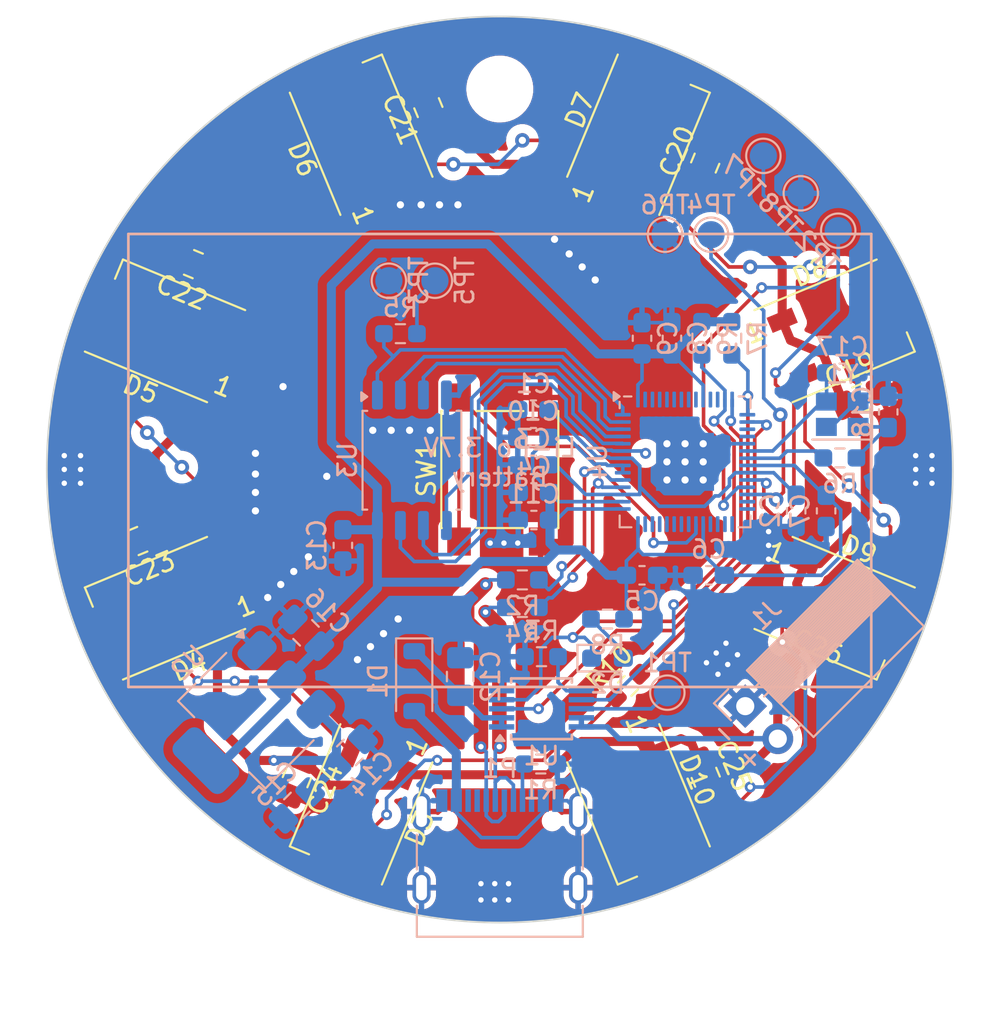
<source format=kicad_pcb>
(kicad_pcb (version 20221018) (generator pcbnew)
  (layers (0 "F.Cu" signal) (31 "B.Cu" signal) (34 "B.Paste" user) (35 "F.Paste" user) (36 "B.SilkS" user "B.Silkscreen") (37 "F.SilkS" user "F.Silkscreen") (38 "B.Mask" user) (39 "F.Mask" user) (44 "Edge.Cuts" user))
  (net 0 "")
  (net 1 "+BATT")
  (net 2 "GND")
  (net 3 "VBUS")
  (net 4 "+3.3V")
  (net 5 "/LED_OUT")
  (net 6 "Net-(D3-DOUT)")
  (net 7 "Net-(D4-DOUT)")
  (net 8 "Net-(D5-DOUT)")
  (net 9 "Net-(D6-DOUT)")
  (net 10 "Net-(D7-DOUT)")
  (net 11 "Net-(D8-DOUT)")
  (net 12 "Net-(D1-A)")
  (net 13 "/STAT1")
  (net 14 "/STAT2")
  (net 15 "/~{PG}")
  (net 16 "/XIN")
  (net 17 "Net-(C18-Pad2)")
  (net 18 "+1V1")
  (net 19 "Net-(D10-DIN)")
  (net 21 "/USB_D+")
  (net 22 "/USB_D-")
  (net 23 "Net-(U4-SWCLK)")
  (net 24 "Net-(U4-SWD)")
  (net 27 "Net-(R5-Pad1)")
  (net 28 "/QSPI_SS")
  (net 29 "/XOUT")
  (net 30 "/USB_RP+")
  (net 31 "/USB_RP-")
  (net 32 "/BUTTON")
  (net 33 "Net-(P1-CC1)")
  (net 34 "/QSPI_SD1")
  (net 35 "/QSPI_SD2")
  (net 36 "/QSPI_SD0")
  (net 37 "/QSPI_SCLK")
  (net 38 "/QSPI_SD3")
  (net 40 "Net-(U1-PROG)")
  (net 41 "Net-(U1-THERM)")
  (net 42 "Net-(U4-RUN)")
  (net 66 "Net-(D2-A)")
  (net 67 "Net-(D3-DIN)")
  (footprint "Capacitor_SMD:C_0805_2012Metric_Pad1.18x1.45mm_HandSolder" (layer "F.Cu") (at 189.912212 98.334837 -22.5)
    (fp_text reference "C26")
    (fp_text value "10u")
  )
  (footprint "LED_SMD:LED_WS2812B_PLCC4_5.0x5.0mm_P3.2mm" (layer "F.Cu") (at 154.522409 79.346331 157.5)
    (fp_text reference "D5")
    (fp_text value "WS2812B")
  )
  (footprint "LED_SMD:LED_WS2812B_PLCC4_5.0x5.0mm_P3.2mm" (layer "F.Cu") (at 165.346331 105.477591 -112.5)
    (fp_text reference "D3")
    (fp_text value "WS2812B")
  )
  (footprint "LED_SMD:LED_WS2812B_PLCC4_5.0x5.0mm_P3.2mm" (layer "F.Cu") (at 154.522409 94.653669 -157.5)
    (fp_text reference "D4")
    (fp_text value "WS2812B")
  )
  (footprint "Capacitor_SMD:C_0805_2012Metric_Pad1.18x1.45mm_HandSolder" (layer "F.Cu") (at 169.056199 67.02632 112.5)
    (fp_text reference "C21")
    (fp_text value "10u")
  )
  (footprint "Capacitor_SMD:C_0805_2012Metric_Pad1.18x1.45mm_HandSolder" (layer "F.Cu") (at 156.087788 75.665163 157.5)
    (fp_text reference "C22")
    (fp_text value "10u")
  )
  (footprint "Capacitor_SMD:C_0805_2012Metric_Pad1.18x1.45mm_HandSolder" (layer "F.Cu") (at 153.02632 90.943801 -157.5)
    (fp_text reference "C23")
    (fp_text value "10u")
  )
  (footprint "Capacitor_SMD:C_0805_2012Metric_Pad1.18x1.45mm_HandSolder" (layer "F.Cu") (at 161.798 104.013 -112.5)
    (fp_text reference "C24")
    (fp_text value "10u")
  )
  (footprint "Capacitor_SMD:C_0805_2012Metric_Pad1.18x1.45mm_HandSolder" (layer "F.Cu") (at 184.363537 103.981502 -67.5)
    (fp_text reference "C25")
    (fp_text value "10u")
  )
  (footprint "Button_Switch_SMD:SW_Push_1P1T_NO_6x6mm_H9.5mm" (layer "F.Cu") (at 173 87 90)
    (fp_text reference "SW1")
    (fp_text value "BUTTON")
  )
  (footprint "MountingHole:MountingHole_3.2mm_M3" (layer "F.Cu") (at 173 66)
    (fp_text reference "H1" hide)
    (fp_text value "MountingHole")
  )
  (footprint "LED_SMD:LED_WS2812B_PLCC4_5.0x5.0mm_P3.2mm" (layer "F.Cu") (at 191.477591 79.346331 22.5)
    (fp_text reference "D8")
    (fp_text value "WS2812B")
  )
  (footprint "LED_SMD:LED_WS2812B_PLCC4_5.0x5.0mm_P3.2mm" (layer "F.Cu") (at 165.346331 68.522409 112.5)
    (fp_text reference "D6")
    (fp_text value "WS2812B")
  )
  (footprint "LED_SMD:LED_WS2812B_PLCC4_5.0x5.0mm_P3.2mm" (layer "F.Cu") (at 180.653669 105.477591 -67.5)
    (fp_text reference "D10")
    (fp_text value "WS2812B")
  )
  (footprint "Capacitor_SMD:C_0805_2012Metric_Pad1.18x1.45mm_HandSolder" (layer "F.Cu") (at 184.334837 70.087788 67.5)
    (fp_text reference "C20")
    (fp_text value "10u")
  )
  (footprint "Capacitor_SMD:C_0805_2012Metric_Pad1.18x1.45mm_HandSolder" (layer "F.Cu") (at 192.97368 83.056199 22.5)
    (fp_text reference "C19")
    (fp_text value "10u")
  )
  (footprint "LED_SMD:LED_WS2812B_PLCC4_5.0x5.0mm_P3.2mm" (layer "F.Cu") (at 191.477591 94.653669 -22.5)
    (fp_text reference "D9")
    (fp_text value "WS2812B")
  )
  (footprint "LED_SMD:LED_WS2812B_PLCC4_5.0x5.0mm_P3.2mm" (layer "F.Cu") (at 180.653669 68.522409 67.5)
    (fp_text reference "D7")
    (fp_text value "WS2812B")
  )
  (footprint "Resistor_SMD:R_0603_1608Metric_Pad0.98x0.95mm_HandSolder" (layer "F.Cu") (at 180.075765 98.943235 45)
    (fp_text reference "R10")
    (fp_text value "1k")
  )
  (footprint "TestPoint:TestPoint_Pad_D1.5mm" (layer "B.Cu") (at 189.611 71.755 -45)
    (fp_text reference "TP8")
    (fp_text value "TestPoint")
  )
  (footprint "Capacitor_SMD:C_0603_1608Metric_Pad1.08x0.95mm_HandSolder" (layer "B.Cu") (at 174.8525 86.741 180)
    (fp_text reference "C3")
    (fp_text value "1u")
  )
  (footprint "Resistor_SMD:R_0603_1608Metric_Pad0.98x0.95mm_HandSolder" (layer "B.Cu") (at 191.77 86.36)
    (fp_text reference "R6")
    (fp_text value "1k")
  )
  (footprint "TestPoint:TestPoint_Pad_D1.5mm" (layer "B.Cu") (at 166.878 76.581 90)
    (fp_text reference "TP3")
    (fp_text value "TestPoint")
  )
  (footprint "Crystal:Crystal_SMD_2520-4Pin_2.5x2.0mm" (layer "B.Cu") (at 191.897 83.947 180)
    (fp_text reference "Y1")
    (fp_text value "12MHz")
  )
  (footprint "Capacitor_SMD:C_0805_2012Metric_Pad1.18x1.45mm_HandSolder" (layer "B.Cu") (at 161.798 105.537 -135)
    (fp_text reference "C15")
    (fp_text value "100n")
  )
  (footprint "Package_SO:MSOP-10_3x3mm_P0.5mm" (layer "B.Cu") (at 175.301 100.203)
    (fp_text reference "U1")
    (fp_text value "MCP73833-xxx-UN")
  )
  (footprint "Capacitor_SMD:C_0603_1608Metric_Pad1.08x0.95mm_HandSolder" (layer "B.Cu") (at 191.008 89.281 -90)
    (fp_text reference "C7")
    (fp_text value "100n")
  )
  (footprint "TestPoint:TestPoint_Pad_D1.5mm" (layer "B.Cu") (at 184.658 74.041 180)
    (fp_text reference "TP4")
    (fp_text value "TestPoint")
  )
  (footprint "Capacitor_SMD:C_0603_1608Metric_Pad1.08x0.95mm_HandSolder" (layer "B.Cu") (at 180.848 92.837)
    (fp_text reference "C5")
    (fp_text value "100n")
  )
  (footprint "Package_SO:SOIC-8_5.23x5.23mm_P1.27mm" (layer "B.Cu") (at 168.148 86.487 -90)
    (fp_text reference "U3")
    (fp_text value "W25Q128JVS")
  )
  (footprint "LED_SMD:LED_0603_1608Metric_Pad1.05x0.95mm_HandSolder" (layer "B.Cu") (at 178.943 97.409)
    (fp_text reference "D2")
    (fp_text value "LED")
  )
  (footprint "Capacitor_SMD:C_0603_1608Metric_Pad1.08x0.95mm_HandSolder" (layer "B.Cu") (at 174.879 89.789 180)
    (fp_text reference "C11")
    (fp_text value "100n")
  )
  (footprint "TestPoint:TestPoint_Pad_D1.5mm" (layer "B.Cu") (at 169.418 76.581 90)
    (fp_text reference "TP5")
    (fp_text value "TestPoint")
  )
  (footprint "TestPoint:TestPoint_Pad_D1.5mm" (layer "B.Cu") (at 191.676459 73.820459 -45)
    (fp_text reference "TP2")
    (fp_text value "TestPoint")
  )
  (footprint "Diode_SMD:D_SOD-123" (layer "B.Cu") (at 168.275 98.679 -90)
    (fp_text reference "D1")
    (fp_text value "1N4148W")
  )
  (footprint "Capacitor_SMD:C_0603_1608Metric_Pad1.08x0.95mm_HandSolder" (layer "B.Cu") (at 174.879 88.265 180)
    (fp_text reference "C4")
    (fp_text value "1u")
  )
  (footprint "Resistor_SMD:R_0603_1608Metric_Pad0.98x0.95mm_HandSolder" (layer "B.Cu") (at 178.943 95.25)
    (fp_text reference "R8")
    (fp_text value "1k")
  )
  (footprint "Capacitor_SMD:C_0603_1608Metric_Pad1.08x0.95mm_HandSolder" (layer "B.Cu") (at 182.499 79.756 90)
    (fp_text reference "C8")
    (fp_text value "100n")
  )
  (footprint "Capacitor_SMD:C_0603_1608Metric_Pad1.08x0.95mm_HandSolder" (layer "B.Cu") (at 191.897 81.661 180)
    (fp_text reference "C17")
    (fp_text value "15p")
  )
  (footprint "Resistor_SMD:R_0603_1608Metric_Pad0.98x0.95mm_HandSolder" (layer "B.Cu") (at 184.15 79.756 90)
    (fp_text reference "R9")
    (fp_text value "1k")
  )
  (footprint "TestPoint:TestPoint_Pad_D1.5mm" (layer "B.Cu") (at 182.118 74.041 180)
    (fp_text reference "TP6")
    (fp_text value "TestPoint")
  )
  (footprint "Connector_PinSocket_2.54mm:PinSocket_1x02_P2.54mm_Horizontal" (layer "B.Cu") (at 186.544949 100.057949 -135)
    (fp_text reference "J1")
    (fp_text value "BAT")
  )
  (footprint "Capacitor_SMD:C_0603_1608Metric_Pad1.08x0.95mm_HandSolder" (layer "B.Cu") (at 164.338 91.186 -90)
    (fp_text reference "C13")
    (fp_text value "100n")
  )
  (footprint "Capacitor_SMD:C_0805_2012Metric_Pad1.18x1.45mm_HandSolder" (layer "B.Cu") (at 170.815 98.425 90)
    (fp_text reference "C12")
    (fp_text value "1u")
  )
  (footprint "Resistor_SMD:R_0603_1608Metric_Pad0.98x0.95mm_HandSolder" (layer "B.Cu") (at 175.26 103.251)
    (fp_text reference "R1")
    (fp_text value "5.1k")
  )
  (footprint "Capacitor_SMD:C_0603_1608Metric_Pad1.08x0.95mm_HandSolder" (layer "B.Cu") (at 194.437 83.82 -90)
    (fp_text reference "C18")
    (fp_text value "15p")
  )
  (footprint "TestPoint:TestPoint_Pad_D1.5mm" (layer "B.Cu") (at 182.245 99.314 180)
    (fp_text reference "TP1")
    (fp_text value "TestPoint")
  )
  (footprint "Capacitor_SMD:C_0805_2012Metric_Pad1.18x1.45mm_HandSolder" (layer "B.Cu") (at 162.306 96.012 135)
    (fp_text reference "C16")
    (fp_text value "10u")
  )
  (footprint "Capacitor_SMD:C_0603_1608Metric_Pad1.08x0.95mm_HandSolder" (layer "B.Cu") (at 184.531 92.837 180)
    (fp_text reference "C6")
    (fp_text value "100n")
  )
  (footprint "Capacitor_SMD:C_0603_1608Metric_Pad1.08x0.95mm_HandSolder" (layer "B.Cu") (at 180.848 79.756 90)
    (fp_text reference "C9")
    (fp_text value "100n")
  )
  (footprint "Resistor_SMD:R_0603_1608Metric_Pad0.98x0.95mm_HandSolder" (layer "B.Cu") (at 167.513 79.502 180)
    (fp_text reference "R5")
    (fp_text value "10k")
  )
  (footprint "TestPoint:TestPoint_Pad_D1.5mm" (layer "B.Cu") (at 187.545541 69.689541 -45)
    (fp_text reference "TP7")
    (fp_text value "TestPoint")
  )
  (footprint "Capacitor_SMD:C_0603_1608Metric_Pad1.08x0.95mm_HandSolder" (layer "B.Cu") (at 174.8525 85.217 180)
    (fp_text reference "C10")
    (fp_text value "100n")
  )
  (footprint "Capacitor_SMD:C_0805_2012Metric_Pad1.18x1.45mm_HandSolder" (layer "B.Cu") (at 164.719 102.616 45)
    (fp_text reference "C14")
    (fp_text value "10u")
  )
  (footprint "Package_TO_SOT_SMD:SOT-223-3_TabPin2" (layer "B.Cu") (at 159.004 100.838 -135)
    (fp_text reference "U2")
    (fp_text value "LD1117S33TR_SOT223")
  )
  (footprint "Connector_USB:USB_C_Receptacle_G-Switch_GT-USB-7010ASV" (layer "B.Cu") (at 173 109 180)
    (fp_text reference "P1")
    (fp_text value "USB_C_Receptacle_USB2.0_14P")
  )
  (footprint "Resistor_SMD:R_0603_1608Metric_Pad0.98x0.95mm_HandSolder" (layer "B.Cu") (at 185.801 79.756 90)
    (fp_text reference "R7")
    (fp_text value "1k")
  )
  (footprint "Package_DFN_QFN:QFN-56-1EP_7x7mm_P0.4mm_EP3.2x3.2mm" (layer "B.Cu") (at 183.223 86.576 -90)
    (fp_text reference "U4")
    (fp_text value "RP2040")
  )
  (footprint "Capacitor_SMD:C_0603_1608Metric_Pad1.08x0.95mm_HandSolder" (layer "B.Cu") (at 174.8525 83.693 180)
    (fp_text reference "C1")
    (fp_text value "100n")
  )
  (footprint "Resistor_SMD:R_0603_1608Metric_Pad0.98x0.95mm_HandSolder" (layer "B.Cu") (at 175.301 97.329318 180)
    (fp_text reference "R3")
    (fp_text value "1k")
  )
  (footprint "Resistor_SMD:R_0603_1608Metric_Pad0.98x0.95mm_HandSolder" (layer "B.Cu") (at 174.244 94.615)
    (fp_text reference "R4")
    (fp_text value "27")
  )
  (footprint "Capacitor_SMD:C_0603_1608Metric_Pad1.08x0.95mm_HandSolder" (layer "B.Cu") (at 189.357 89.281 -90)
    (fp_text reference "C2")
    (fp_text value "100n")
  )
  (footprint "Resistor_SMD:R_0603_1608Metric_Pad0.98x0.95mm_HandSolder" (layer "B.Cu") (at 174.244 93.091)
    (fp_text reference "R2")
    (fp_text value "27")
  )
  (gr_line (start 152.5 99) (end 152.5 74) (stroke (width 0.15)) (layer "B.SilkS"))
  (gr_line (start 193.5 99) (end 152.5 99) (stroke (width 0.15)) (layer "B.SilkS"))
  (gr_line (start 193.5 74) (end 193.5 99) (stroke (width 0.15)) (layer "B.SilkS"))
  (gr_line (start 193.5 74) (end 152.5 74) (stroke (width 0.15)) (layer "B.SilkS"))
  (gr_circle (center 173 87) (end 198 87) (stroke (width 0.1)) (fill none) (layer "Edge.Cuts"))
  (gr_text "+ -" (at 186.944 103.886 -45) (layer "B.SilkS") (effects (font (size 1 1)) (justify left bottom mirror)))
  (gr_text "Li-Po 3.7V\nBattery" (at 173 88) (layer "B.SilkS") (effects (font (size 1 1)) (justify bottom mirror)))
  (segment (start 169.453233 67.984845) (end 166.612304 69.161597) (width 0.5) (layer "F.Cu") (net 1))
  (segment (start 188.582658 75.691168) (end 188.582658 78.759504) (width 0.5) (layer "F.Cu") (net 1))
  (segment (start 182.995867 101.85556) (end 181.240495 102.582658) (width 0.5) (layer "F.Cu") (net 1))
  (segment (start 192.015155 83.453233) (end 190.838403 80.612304) (width 0.5) (layer "F.Cu") (net 1))
  (segment (start 188.341 98.55049) (end 188.953687 97.937803) (width 0.5) (layer "F.Cu") (net 1))
  (segment (start 183.58382 102.099098) (end 182.995867 101.85556) (width 0.5) (layer "F.Cu") (net 1))
  (segment (start 167.808307 103.845514) (end 167.234282 104.419539) (width 0.5) (layer "F.Cu") (net 1))
  (segment (start 163.560098 104.419539) (end 162.195034 103.054475) (width 0.5) (layer "F.Cu") (net 1))
  (segment (start 166.612304 69.161597) (end 165.868159 70.958121) (width 0.5) (layer "F.Cu") (net 1))
  (segment (start 155.161597 93.387696) (end 156.958121 94.131841) (width 0.5) (layer "F.Cu") (net 1))
  (segment (start 188.341 101.854) (end 187.172023 103.022977) (width 0.5) (layer "F.Cu") (net 1))
  (segment (start 169.453233 67.984845) (end 170.473845 67.984845) (width 0.5) (layer "F.Cu") (net 1))
  (segment (start 157.417342 101.156342) (end 157.417342 95.240496) (width 0.5) (layer "F.Cu") (net 1))
  (segment (start 192.015155 83.453233) (end 193.167 84.605078) (width 0.5) (layer "F.Cu") (net 1))
  (segment (start 183.937803 71.046313) (end 181.096874 69.869562) (width 0.5) (layer "F.Cu") (net 1))
  (segment (start 155.869561 78.903127) (end 156.613706 80.699652) (width 0.5) (layer "F.Cu") (net 1))
  (segment (start 153.984845 90.546767) (end 155.161597 93.387696) (width 0.5) (layer "F.Cu") (net 1))
  (segment (start 167.234282 104.419539) (end 163.560098 104.419539) (width 0.5) (layer "F.Cu") (net 1))
  (segment (start 189.041879 79.868159) (end 188.582659 78.759504) (width 0.5) (layer "F.Cu") (net 1))
  (segment (start 188.953687 97.937803) (end 190.130438 95.096874) (width 0.5) (layer "F.Cu") (net 1))
  (segment (start 170.473845 67.984845) (end 172.643486 70.154486) (width 0.5) (layer "F.Cu") (net 1))
  (segment (start 190.838403 80.612304) (end 189.041879 79.868159) (width 0.5) (layer "F.Cu") (net 1))
  (segment (start 193.167 89.662) (end 190.637307 92.191693) (width 0.5) (layer "F.Cu") (net 1))
  (segment (start 183.966503 103.022977) (end 183.58382 102.099098) (width 0.5) (layer "F.Cu") (net 1))
  (segment (start 167.808307 103.845514) (end 175.681486 103.845514) (width 0.5) (layer "F.Cu") (net 1))
  (segment (start 193.167 84.605078) (end 193.167 89.662) (width 0.5) (layer "F.Cu") (net 1))
  (segment (start 180.666471 102.008633) (end 181.240496 102.582658) (width 0.5) (layer "F.Cu") (net 1))
  (segment (start 156.958121 94.131841) (end 157.417341 95.240496) (width 0.5) (layer "F.Cu") (net 1))
  (segment (start 190.637307 92.191693) (end 189.845514 92.191693) (width 0.5) (layer "F.Cu") (net 1))
  (segment (start 179.300349 70.613706) (end 178.191694 70.154486) (width 0.5) (layer "F.Cu") (net 1))
  (segment (start 156.154486 84.048411) (end 156.154486 81.808307) (width 0.5) (layer "F.Cu") (net 1))
  (segment (start 153.984845 86.218052) (end 156.154486 84.048411) (width 0.5) (layer "F.Cu") (net 1))
  (segment (start 183.937803 71.046313) (end 188.582658 75.691168) (width 0.5) (layer "F.Cu") (net 1))
  (segment (start 162.195034 103.054475) (end 159.315475 103.054475) (width 0.5) (layer "F.Cu") (net 1))
  (segment (start 189.386294 93.300349) (end 189.845514 92.191694) (width 0.5) (layer "F.Cu") (net 1))
  (segment (start 177.518367 102.008633) (end 180.666471 102.008633) (width 0.5) (layer "F.Cu") (net 1))
  (segment (start 190.130439 95.096873) (end 189.386294 93.300348) (width 0.5) (layer "F.Cu") (net 1))
  (segment (start 181.096873 69.869561) (end 179.300348 70.613706) (width 0.5) (layer "F.Cu") (net 1))
  (segment (start 153.984845 90.546767) (end 153.984845 86.218052) (width 0.5) (layer "F.Cu") (net 1))
  (segment (start 172.643486 70.154486) (end 178.191693 70.154486) (width 0.5) (layer "F.Cu") (net 1))
  (segment (start 188.341 101.854) (end 188.341 98.55049) (width 0.5) (layer "F.Cu") (net 1))
  (segment (start 159.315475 103.054475) (end 157.417342 101.156342) (width 0.5) (layer "F.Cu") (net 1))
  (segment (start 156.613706 80.699651) (end 156.154486 81.808306) (width 0.5) (layer "F.Cu") (net 1))
  (segment (start 175.681486 103.845514) (end 177.518367 102.008633) (width 0.5) (layer "F.Cu") (net 1))
  (segment (start 157.046313 76.062197) (end 155.869562 78.903126) (width 0.5) (layer "F.Cu") (net 1))
  (segment (start 165.868159 70.958121) (end 164.759504 71.417341) (width 0.5) (layer "F.Cu") (net 1))
  (segment (start 187.172023 103.022977) (end 183.966503 103.022977) (width 0.5) (layer "F.Cu") (net 1))
  (via (at 160.528 103.054475) (size 0.6) (drill 0.3) (layers "F.Cu" "B.Cu") (net 1))
  (segment (start 179.578 101.854) (end 178.927 101.203) (width 0.3) (layer "B.Cu") (net 1))
  (segment (start 163.690229 103.054475) (end 160.528 103.054475) (width 0.5) (layer "B.Cu") (net 1))
  (segment (start 163.985377 103.349623) (end 163.690229 103.054475) (width 0.5) (layer "B.Cu") (net 1))
  (segment (start 188.341 101.854) (end 179.578 101.854) (width 0.3) (layer "B.Cu") (net 1))
  (segment (start 163.985377 101.364604) (end 163.985377 103.349623) (width 0.5) (layer "B.Cu") (net 1))
  (segment (start 177.501 101.203) (end 177.501 100.703) (width 0.3) (layer "B.Cu") (net 1))
  (segment (start 178.927 101.203) (end 177.501 101.203) (width 0.3) (layer "B.Cu") (net 1))
  (segment (start 162.531623 104.803377) (end 163.985377 103.349623) (width 0.5) (layer "B.Cu") (net 1))
  (segment (start 162.857732 100.236959) (end 163.985377 101.364604) (width 0.5) (layer "B.Cu") (net 1))
  (segment (start 168.659165 66.067795) (end 168.276482 65.143916) (width 0.2) (layer "F.Cu") (net 2))
  (segment (start 194.856084 82.276482) (end 195.099622 81.688529) (width 0.2) (layer "F.Cu") (net 2))
  (segment (start 184.731871 69.129263) (end 185.114554 68.205383) (width 0.2) (layer "F.Cu") (net 2))
  (segment (start 161.354342 104.94806) (end 160.971659 105.871939) (width 0.2) (layer "F.Cu") (net 2))
  (segment (start 168.276482 65.143916) (end 167.688529 64.900378) (width 0.2) (layer "F.Cu") (net 2))
  (segment (start 185.114554 68.205383) (end 184.871016 67.61743) (width 0.2) (layer "F.Cu") (net 2))
  (segment (start 161.215197 106.459893) (end 162.970568 107.186993) (width 0.2) (layer "F.Cu") (net 2))
  (segment (start 153.61743 75.128984) (end 152.890331 76.884355) (width 0.2) (layer "F.Cu") (net 2))
  (segment (start 192.38257 98.871016) (end 193.109669 97.115645) (width 0.2) (layer "F.Cu") (net 2))
  (segment (start 181.919642 106.116779) (end 181.175497 107.913303) (width 0.2) (layer "F.Cu") (net 2))
  (segment (start 154.205383 74.885446) (end 153.61743 75.128984) (width 0.2) (layer "F.Cu") (net 2))
  (segment (start 155.129263 75.268129) (end 154.205383 74.885446) (width 0.2) (layer "F.Cu") (net 2))
  (segment (start 150.900378 92.311471) (end 151.627476 94.066843) (width 0.2) (layer "F.Cu") (net 2))
  (segment (start 184.760571 104.940027) (end 181.919642 106.116779) (width 0.2) (layer "F.Cu") (net 2))
  (segment (start 160.971659 105.871939) (end 161.215197 106.459893) (width 0.2) (layer "F.Cu") (net 2))
  (segment (start 151.143916 91.723518) (end 150.900378 92.311471) (width 0.2) (layer "F.Cu") (net 2))
  (segment (start 152.067795 91.340835) (end 151.143916 91.723518) (width 0.2) (layer "F.Cu") (net 2))
  (segment (start 195.099622 81.688529) (end 194.372524 79.933157) (width 0.2) (layer "F.Cu") (net 2))
  (segment (start 181.175497 107.913303) (end 180.066842 108.372523) (width 0.2) (layer "F.Cu") (net 2))
  (segment (start 167.688529 64.900378) (end 165.933157 65.627476) (width 0.2) (layer "F.Cu") (net 2))
  (segment (start 190.870737 98.731871) (end 191.794617 99.114554) (width 0.2) (layer "F.Cu") (net 2))
  (segment (start 184.871016 67.61743) (end 183.115645 66.890331) (width 0.2) (layer "F.Cu") (net 2))
  (segment (start 193.932205 82.659165) (end 194.856084 82.276482) (width 0.2) (layer "F.Cu") (net 2))
  (segment (start 191.794617 99.114554) (end 192.38257 98.871016) (width 0.2) (layer "F.Cu") (net 2))
  (via (at 159.512 86.105999) (size 0.8) (drill 0.4) (layers "F.Cu" "B.Cu") (net 2))
  (via (at 149.86 86.995001) (size 0.6) (drill 0.3) (layers "F.Cu" "B.Cu") (net 2))
  (via (at 183.223 87.576) (size 0.8) (drill 0.4) (layers "F.Cu" "B.Cu") (net 2))
  (via (at 173.482 109.855) (size 0.6) (drill 0.3) (layers "F.Cu" "B.Cu") (net 2))
  (via (at 187.833 91.948) (size 0.6) (drill 0.3) (layers "F.Cu" "B.Cu") (net 2))
  (via (at 184.223 87.576) (size 0.8) (drill 0.4) (layers "F.Cu" "B.Cu") (net 2))
  (via (at 171.958 109.855) (size 0.6) (drill 0.3) (layers "F.Cu" "B.Cu") (net 2))
  (via (at 172.720001 109.855) (size 0.6) (drill 0.3) (layers "F.Cu" "B.Cu") (net 2))
  (via (at 165.989 84.836) (size 0.8) (drill 0.4) (layers "F.Cu" "B.Cu") (net 2))
  (via (at 196.85 86.233) (size 0.6) (drill 0.3) (layers "F.Cu" "B.Cu") (net 2))
  (via (at 170.687999 72.39) (size 0.8) (drill 0.4) (layers "F.Cu" "B.Cu") (net 2))
  (via (at 163.449 87.376) (size 0.8) (drill 0.4) (layers "F.Cu" "B.Cu") (net 2))
  (via (at 196.85 86.995001) (size 0.6) (drill 0.3) (layers "F.Cu" "B.Cu") (net 2))
  (via (at 159.512 88.265) (size 0.8) (drill 0.4) (layers "F.Cu" "B.Cu") (net 2))
  (via (at 165.14358 97.49242) (size 0.8) (drill 0.4) (layers "F.Cu" "B.Cu") (net 2))
  (via (at 166.58042 96.05558) (size 0.8) (drill 0.4) (layers "F.Cu" "B.Cu") (net 2))
  (via (at 173.228 91.059) (size 0.6) (drill 0.3) (layers "F.Cu" "B.Cu") (net 2))
  (via (at 195.951974 87.757) (size 0.6) (drill 0.3) (layers "F.Cu" "B.Cu") (net 2))
  (via (at 182.223 85.576) (size 0.8) (drill 0.4) (layers "F.Cu" "B.Cu") (net 2))
  (via (at 159.512 89.280999) (size 0.8) (drill 0.4) (layers "F.Cu" "B.Cu") (net 2))
  (via (at 187.833 91.186) (size 0.6) (drill 0.3) (layers "F.Cu" "B.Cu") (net 2))
  (via (at 148.961974 86.995001) (size 0.6) (drill 0.3) (layers "F.Cu" "B.Cu") (net 2))
  (via (at 183.223 86.576) (size 0.8) (drill 0.4) (layers "F.Cu" "B.Cu") (net 2))
  (via (at 173.482 110.753026) (size 0.6) (drill 0.3) (layers "F.Cu" "B.Cu") (net 2))
  (via (at 184.942815 97.124185) (size 0.6) (drill 0.3) (layers "F.Cu" "B.Cu") (net 2))
  (via (at 176.82758 75.10058) (size 0.8) (drill 0.4) (layers "F.Cu" "B.Cu") (net 2))
  (via (at 169.164 84.836) (size 0.8) (drill 0.4) (layers "F.Cu" "B.Cu") (net 2))
  (via (at 186.116631 97.220369) (size 0.6) (drill 0.3) (layers "F.Cu" "B.Cu") (net 2))
  (via (at 148.961974 86.233) (size 0.6) (drill 0.3) (layers "F.Cu" "B.Cu") (net 2))
  (via (at 161.036 82.423) (size 0.8) (drill 0.4) (layers "F.Cu" "B.Cu") (net 2))
  (via (at 149.86 87.757) (size 0.6) (drill 0.3) (layers "F.Cu" "B.Cu") (net 2))
  (via (at 195.951974 86.233) (size 0.6) (drill 0.3) (layers "F.Cu" "B.Cu") (net 2))
  (via (at 173.99 91.059) (size 0.6) (drill 0.3) (layers "F.Cu" "B.Cu") (net 2))
  (via (at 160.909 93.345) (size 0.8) (drill 0.4) (layers "F.Cu" "B.Cu") (net 2))
  (via (at 159.512 87.249001) (size 0.8) (drill 0.4) (layers "F.Cu" "B.Cu") (net 2))
  (via (at 161.62742 92.62658) (size 0.8) (drill 0.4) (layers "F.Cu" "B.Cu") (net 2))
  (via (at 149.86 86.233) (size 0.6) (drill 0.3) (layers "F.Cu" "B.Cu") (net 2))
  (via (at 176.019356 74.292356) (size 0.8) (drill 0.4) (layers "F.Cu" "B.Cu") (net 2))
  (via (at 185.039 98.298) (size 0.6) (drill 0.3) (layers "F.Cu" "B.Cu") (net 2))
  (via (at 184.223 85.576) (size 0.8) (drill 0.4) (layers "F.Cu" "B.Cu") (net 2))
  (via (at 177.546 75.819) (size 0.8) (drill 0.4) (layers "F.Cu" "B.Cu") (net 2))
  (via (at 160.19058 94.06342) (size 0.8) (drill 0.4) (layers "F.Cu" "B.Cu") (net 2))
  (via (at 178.26442 76.53742) (size 0.8) (drill 0.4) (layers "F.Cu" "B.Cu") (net 2))
  (via (at 182.223 86.576) (size 0.8) (drill 0.4) (layers "F.Cu" "B.Cu") (net 2))
  (via (at 167.005 84.836) (size 0.8) (drill 0.4) (layers "F.Cu" "B.Cu") (net 2))
  (via (at 167.388644 95.247356) (size 0.8) (drill 0.4) (layers "F.Cu" "B.Cu") (net 2))
  (via (at 168.656001 72.39) (size 0.8) (drill 0.4) (layers "F.Cu" "B.Cu") (net 2))
  (via (at 172.720001 110.753026) (size 0.6) (drill 0.3) (layers "F.Cu" "B.Cu") (net 2))
  (via (at 171.958 110.753026) (size 0.6) (drill 0.3) (layers "F.Cu" "B.Cu") (net 2))
  (via (at 185.481631 96.585369) (size 0.6) (drill 0.3) (layers "F.Cu" "B.Cu") (net 2))
  (via (at 184.404 97.663) (size 0.6) (drill 0.3) (layers "F.Cu" "B.Cu") (net 2))
  (via (at 167.512999 72.39) (size 0.8) (drill 0.4) (layers "F.Cu" "B.Cu") (net 2))
  (via (at 195.951974 86.995001) (size 0.6) (drill 0.3) (layers "F.Cu" "B.Cu") (net 2))
  (via (at 148.961974 87.757) (size 0.6) (drill 0.3) (layers "F.Cu" "B.Cu") (net 2))
  (via (at 168.021 84.836) (size 0.8) (drill 0.4) (layers "F.Cu" "B.Cu") (net 2))
  (via (at 196.85 87.757) (size 0.6) (drill 0.3) (layers "F.Cu" "B.Cu") (net 2))
  (via (at 184.223 86.576) (size 0.8) (drill 0.4) (layers "F.Cu" "B.Cu") (net 2))
  (via (at 162.435644 91.818356) (size 0.8) (drill 0.4) (layers "F.Cu" "B.Cu") (net 2))
  (via (at 183.223 85.576) (size 0.8) (drill 0.4) (layers "F.Cu" "B.Cu") (net 2))
  (via (at 169.672 72.39) (size 0.8) (drill 0.4) (layers "F.Cu" "B.Cu") (net 2))
  (via (at 165.862 96.774) (size 0.8) (drill 0.4) (layers "F.Cu" "B.Cu") (net 2))
  (via (at 172.466 91.059) (size 0.6) (drill 0.3) (layers "F.Cu" "B.Cu") (net 2))
  (via (at 182.223 87.576) (size 0.8) (drill 0.4) (layers "F.Cu" "B.Cu") (net 2))
  (via (at 187.833 90.424) (size 0.6) (drill 0.3) (layers "F.Cu" "B.Cu") (net 2))
  (via (at 185.577815 97.759185) (size 0.6) (drill 0.3) (layers "F.Cu" "B.Cu") (net 2))
  (segment (start 176.1725 103.251) (end 176.2 103.2785) (width 0.2) (layer "B.Cu") (net 2))
  (segment (start 194.1475 83.247) (end 194.437 82.9575) (width 0.2) (layer "B.Cu") (net 2))
  (segment (start 184.223 85.576) (end 183.223 86.576) (width 0.2) (layer "B.Cu") (net 2))
  (segment (start 161.310932 95.278377) (end 161.572377 95.278377) (width 0.2) (layer "B.Cu") (net 2))
  (segment (start 159.605041 96.984268) (end 161.310932 95.278377) (width 0.2) (layer "B.Cu") (net 2))
  (segment (start 186.6605 85.576) (end 184.223 85.576) (width 0.2) (layer "B.Cu") (net 2))
  (segment (start 192.772 83.247) (end 192.772 81.6735) (width 0.2) (layer "B.Cu") (net 2))
  (segment (start 192.772 83.247) (end 192.697 83.247) (width 0.2) (layer "B.Cu") (net 2))
  (segment (start 177.32 105.875) (end 176.72 105.275) (width 0.2) (layer "B.Cu") (net 2))
  (segment (start 182.118 74.041) (end 182.118 78.5125) (width 0.2) (layer "B.Cu") (net 2))
  (segment (start 174.0165 83.7195) (end 173.99 83.693) (width 0.2) (layer "B.Cu") (net 2))
  (segment (start 183.6685 92.837) (end 181.7105 92.837) (width 0.2) (layer "B.Cu") (net 2))
  (segment (start 191.297 84.647) (end 191.022 84.647) (width 0.2) (layer "B.Cu") (net 2))
  (segment (start 182.118 78.5125) (end 182.499 78.8935) (width 0.2) (layer "B.Cu") (net 2))
  (segment (start 192.772 81.6735) (end 192.7595 81.661) (width 0.2) (layer "B.Cu") (net 2))
  (segment (start 169.28 106.275) (end 168.68 106.875) (width 0.2) (layer "B.Cu") (net 2))
  (segment (start 169.8 106.275) (end 169.28 106.275) (width 0.2) (layer "B.Cu") (net 2))
  (segment (start 176.72 105.275) (end 176.2 105.275) (width 0.2) (layer "B.Cu") (net 2))
  (segment (start 192.697 83.247) (end 191.297 84.647) (width 0.2) (layer "B.Cu") (net 2))
  (segment (start 174.0165 89.662) (end 174.0165 83.7195) (width 0.2) (layer "B.Cu") (net 2))
  (segment (start 192.772 83.247) (end 194.1475 83.247) (width 0.2) (layer "B.Cu") (net 2))
  (segment (start 182.499 78.8935) (end 180.848 78.8935) (width 0.2) (layer "B.Cu") (net 2))
  (segment (start 168.275 97.029) (end 168.3815 97.029) (width 0.4) (layer "B.Cu") (net 3))
  (segment (start 168.3815 97.029) (end 170.815 99.4625) (width 0.4) (layer "B.Cu") (net 3))
  (segment (start 173.101 100.703) (end 173.101 101.203) (width 0.3) (layer "B.Cu") (net 3))
  (segment (start 172.0555 100.703) (end 173.101 100.703) (width 0.3) (layer "B.Cu") (net 3))
  (segment (start 170.815 99.4625) (end 172.0555 100.703) (width 0.3) (layer "B.Cu") (net 3))
  (segment (start 179.9855 92.837) (end 178.943 92.837) (width 0.5) (layer "B.Cu") (net 4))
  (segment (start 182.499 80.6185) (end 180.848 80.6185) (width 0.5) (layer "B.Cu") (net 4))
  (segment (start 184.15 78.9675) (end 184.15 78.8435) (width 0.5) (layer "B.Cu") (net 4))
  (segment (start 163.039623 96.802377) (end 163.039623 96.745623) (width 0.5) (layer "B.Cu") (net 4))
  (segment (start 166.243 90.087) (end 166.243 93.218) (width 0.5) (layer "B.Cu") (net 4))
  (segment (start 161.231386 98.610614) (end 163.039623 96.802377) (width 0.5) (layer "B.Cu") (net 4))
  (segment (start 189.265 86.776) (end 186.6605 86.776) (width 0.2) (layer "B.Cu") (net 4))
  (segment (start 179.7855 89.176) (end 176.7355 89.176) (width 0.2) (layer "B.Cu") (net 4))
  (segment (start 171.958 92.075) (end 170.815 93.218) (width 0.5) (layer "B.Cu") (net 4))
  (segment (start 170.815 93.218) (end 166.243 93.218) (width 0.5) (layer "B.Cu") (net 4))
  (segment (start 191.811169 91.779831) (end 190.754 92.837) (width 0.2) (layer "B.Cu") (net 4))
  (segment (start 174.8075 86.1245) (end 175.715 85.217) (width 0.2) (layer "B.Cu") (net 4))
  (segment (start 164.412 90.3235) (end 166.0065 90.3235) (width 0.5) (layer "B.Cu") (net 4))
  (segment (start 175.768 88.291502) (end 175.741498 88.265) (width 0.5) (layer "B.Cu") (net 4))
  (segment (start 180.848 82.1) (end 180.623 82.325) (width 0.2) (layer "B.Cu") (net 4))
  (segment (start 166.0065 90.3235) (end 166.243 90.087) (width 0.5) (layer "B.Cu") (net 4))
  (segment (start 184.223 82.3425) (end 184.223 83.1385) (width 0.2) (layer "B.Cu") (net 4))
  (segment (start 184.223 91.6665) (end 184.2655 91.709) (width 0.2) (layer "B.Cu") (net 4))
  (segment (start 166.243 88.011) (end 163.703 85.471) (width 0.5) (layer "B.Cu") (net 4))
  (segment (start 180.623 90.0135) (end 180.623 91.411) (width 0.2) (layer "B.Cu") (net 4))
  (segment (start 179.7825 88.773) (end 176.249498 88.773) (width 0.2) (layer "B.Cu") (net 4))
  (segment (start 176.7355 89.176) (end 176.1225 89.789) (width 0.2) (layer "B.Cu") (net 4))
  (segment (start 178.4085 80.6185) (end 180.848 80.6185) (width 0.5) (layer "B.Cu") (net 4))
  (segment (start 176.734594 85.217) (end 176.096 85.217) (width 0.2) (layer "B.Cu") (net 4))
  (segment (start 179.7855 86.776) (end 178.940322 86.776) (width 0.2) (layer "B.Cu") (net 4))
  (segment (start 190.9075 88.4185) (end 189.265 86.776) (width 0.2) (layer "B.Cu") (net 4))
  (segment (start 190.754 92.837) (end 185.3935 92.837) (width 0.2) (layer "B.Cu") (net 4))
  (segment (start 176.149 91.44) (end 175.514 92.075) (width 0.5) (layer "B.Cu") (net 4))
  (segment (start 178.860322 86.696) (end 178.213594 86.696) (width 0.2) (layer "B.Cu") (net 4))
  (segment (start 176.249498 88.773) (end 175.741498 88.265) (width 0.2) (layer "B.Cu") (net 4))
  (segment (start 184.2655 91.709) (end 185.3935 92.837) (width 0.2) (layer "B.Cu") (net 4))
  (segment (start 178.943 92.837) (end 177.546 91.44) (width 0.5) (layer "B.Cu") (net 4))
  (segment (start 161.231386 99.653516) (end 157.819516 103.065386) (width 0.5) (layer "B.Cu") (net 4))
  (segment (start 178.940322 86.776) (end 178.860322 86.696) (width 0.2) (layer "B.Cu") (net 4))
  (segment (start 179.9855 92.837) (end 179.9855 95.12) (width 0.2) (layer "B.Cu") (net 4))
  (segment (start 182.499 80.6185) (end 184.15 78.9675) (width 0.5) (layer "B.Cu") (net 4))
  (segment (start 176.149 91.44) (end 175.768 91.059) (width 0.5) (layer "B.Cu") (net 4))
  (segment (start 184.223 90.0135) (end 184.223 91.6665) (width 0.2) (layer "B.Cu") (net 4))
  (segment (start 179.7855 88.776) (end 179.7825 88.773) (width 0.2) (layer "B.Cu") (net 4))
  (segment (start 166.243 93.542246) (end 163.039623 96.745623) (width 0.5) (layer "B.Cu") (net 4))
  (segment (start 191.008 88.4185) (end 191.811169 89.221669) (width 0.2) (layer "B.Cu") (net 4))
  (segment (start 163.703 85.471) (end 163.703 76.835) (width 0.5) (layer "B.Cu") (net 4))
  (segment (start 164.338 90.3975) (end 164.412 90.3235) (width 0.5) (layer "B.Cu") (net 4))
  (segment (start 177.546 91.44) (end 176.149 91.44) (width 0.5) (layer "B.Cu") (net 4))
  (segment (start 172.339 74.549) (end 178.4085 80.6185) (width 0.5) (layer "B.Cu") (net 4))
  (segment (start 165.989 74.549) (end 172.339 74.549) (width 0.5) (layer "B.Cu") (net 4))
  (segment (start 175.514 92.075) (end 171.958 92.075) (width 0.5) (layer "B.Cu") (net 4))
  (segment (start 175.7415 88.138) (end 174.805218 87.201718) (width 0.2) (layer "B.Cu") (net 4))
  (segment (start 178.213594 86.696) (end 176.734594 85.217) (width 0.2) (layer "B.Cu") (net 4))
  (segment (start 166.243 93.218) (end 166.243 93.542246) (width 0.5) (layer "B.Cu") (net 4))
  (segment (start 182.499 80.6185) (end 184.223 82.3425) (width 0.2) (layer "B.Cu") (net 4))
  (segment (start 179.9855 95.12) (end 179.8555 95.25) (width 0.2) (layer "B.Cu") (net 4))
  (segment (start 179.9855 92.0485) (end 179.9855 92.837) (width 0.2) (layer "B.Cu") (net 4))
  (segment (start 180.623 82.325) (end 180.623 83.1385) (width 0.2) (layer "B.Cu") (net 4))
  (segment (start 184.2505 91.694) (end 184.2655 91.709) (width 0.2) (layer "B.Cu") (net 4))
  (segment (start 180.623 91.411) (end 179.9855 92.0485) (width 0.2) (layer "B.Cu") (net 4))
  (segment (start 184.15 78.8435) (end 185.801 78.8435) (width 0.5) (layer "B.Cu") (net 4))
  (segment (start 180.906 91.694) (end 184.2505 91.694) (width 0.2) (layer "B.Cu") (net 4))
  (segment (start 157.819516 103.065386) (end 156.776614 103.065386) (width 0.5) (layer "B.Cu") (net 4))
  (segment (start 175.768 91.059) (end 175.768 88.291502) (width 0.5) (layer "B.Cu") (net 4))
  (segment (start 161.231386 98.610614) (end 161.231386 99.653516) (width 0.5) (layer "B.Cu") (net 4))
  (segment (start 166.243 90.087) (end 166.243 88.011) (width 0.5) (layer "B.Cu") (net 4))
  (segment (start 180.623 91.411) (end 180.906 91.694) (width 0.2) (layer "B.Cu") (net 4))
  (segment (start 163.703 76.835) (end 165.989 74.549) (width 0.5) (layer "B.Cu") (net 4))
  (segment (start 179.7855 86.776) (end 179.7855 87.176) (width 0.2) (layer "B.Cu") (net 4))
  (segment (start 180.848 80.6185) (end 180.848 82.1) (width 0.2) (layer "B.Cu") (net 4))
  (segment (start 191.811169 89.221669) (end 191.811169 91.779831) (width 0.2) (layer "B.Cu") (net 4))
  (segment (start 174.8075 87.199436) (end 174.8075 86.1245) (width 0.2) (layer "B.Cu") (net 4))
  (segment (start 187.068 85.190536) (end 187.717852 84.540684) (width 0.2) (layer "F.Cu") (net 5))
  (segment (start 180.721 98.298) (end 187.068 91.951) (width 0.2) (layer "F.Cu") (net 5))
  (segment (start 187.068 91.951) (end 187.068 85.190536) (width 0.2) (layer "F.Cu") (net 5))
  (via (at 187.717852 84.540684) (size 0.6) (drill 0.3) (layers "F.Cu" "B.Cu") (net 5))
  (segment (start 187.553168 84.376) (end 187.717852 84.540684) (width 0.2) (layer "B.Cu") (net 5))
  (segment (start 186.6605 84.376) (end 187.553168 84.376) (width 0.2) (layer "B.Cu") (net 5))
  (segment (start 154.773645 97.115645) (end 156.337 98.679) (width 0.2) (layer "F.Cu") (net 6))
  (segment (start 164.759504 102.582658) (end 160.855846 98.679) (width 0.2) (layer "F.Cu") (net 6))
  (segment (start 160.855846 98.679) (end 158.36899 98.679) (width 0.2) (layer "F.Cu") (net 6))
  (segment (start 152.890332 97.115645) (end 154.773645 97.115645) (width 0.2) (layer "F.Cu") (net 6))
  (via (at 156.337 98.679) (size 0.6) (drill 0.3) (layers "F.Cu" "B.Cu") (net 6))
  (via (at 158.36899 98.679) (size 0.6) (drill 0.3) (layers "F.Cu" "B.Cu") (net 6))
  (segment (start 158.36899 98.679) (end 156.337 98.679) (width 0.2) (layer "B.Cu") (net 6))
  (segment (start 156.154486 87.574486) (end 155.448 86.868) (width 0.2) (layer "F.Cu") (net 7))
  (segment (start 153.543 84.963) (end 151.627476 83.047476) (width 0.2) (layer "F.Cu") (net 7))
  (segment (start 151.627476 83.047476) (end 151.627476 79.933158) (width 0.2) (layer "F.Cu") (net 7))
  (segment (start 156.154486 92.191693) (end 156.154486 87.574486) (width 0.2) (layer "F.Cu") (net 7))
  (via (at 153.543 84.963) (size 0.8) (drill 0.4) (layers "F.Cu" "B.Cu") (net 7))
  (via (at 155.448 86.868) (size 0.8) (drill 0.4) (layers "F.Cu" "B.Cu") (net 7))
  (segment (start 155.448 86.868) (end 153.543 84.963) (width 0.2) (layer "B.Cu") (net 7))
  (segment (start 160.274 69.500687) (end 162.884355 66.890332) (width 0.2) (layer "F.Cu") (net 8))
  (segment (start 160.274 75.902846) (end 160.274 69.500687) (width 0.2) (layer "F.Cu") (net 8))
  (segment (start 157.417342 78.759504) (end 160.274 75.902846) (width 0.2) (layer "F.Cu") (net 8))
  (segment (start 180.066842 65.627476) (end 176.860318 68.834) (width 0.2) (layer "F.Cu") (net 9))
  (segment (start 176.860318 68.834) (end 174.244 68.834) (width 0.2) (layer "F.Cu") (net 9))
  (segment (start 167.808307 70.154486) (end 170.434 70.154486) (width 0.2) (layer "F.Cu") (net 9))
  (via (at 170.434 70.154486) (size 0.8) (drill 0.4) (layers "F.Cu" "B.Cu") (net 9))
  (via (at 174.244 68.834) (size 0.8) (drill 0.4) (layers "F.Cu" "B.Cu") (net 9))
  (segment (start 172.923514 70.154486) (end 174.244 68.834) (width 0.2) (layer "B.Cu") (net 9))
  (segment (start 170.434 70.154486) (end 172.923514 70.154486) (width 0.2) (layer "B.Cu") (net 9))
  (segment (start 185.642154 75.819) (end 186.817 75.819) (width 0.2) (layer "F.Cu") (net 10))
  (segment (start 190.119 75.819) (end 192.044313 75.819) (width 0.2) (layer "F.Cu") (net 10))
  (segment (start 192.044313 75.819) (end 193.109668 76.884355) (width 0.2) (layer "F.Cu") (net 10))
  (segment (start 181.240496 71.417342) (end 185.642154 75.819) (width 0.2) (layer "F.Cu") (net 10))
  (via (at 190.119 75.819) (size 0.8) (drill 0.4) (layers "F.Cu" "B.Cu") (net 10))
  (via (at 186.817 75.819) (size 0.8) (drill 0.4) (layers "F.Cu" "B.Cu") (net 10))
  (segment (start 186.817 75.819) (end 190.119 75.819) (width 0.2) (layer "B.Cu") (net 10))
  (segment (start 194.564 90.17) (end 194.564 93.875366) (width 0.2) (layer "F.Cu") (net 11))
  (segment (start 194.564 93.875366) (end 194.372524 94.066842) (width 0.2) (layer "F.Cu") (net 11))
  (segment (start 189.845514 81.808307) (end 189.845514 85.451514) (width 0.2) (layer "F.Cu") (net 11))
  (segment (start 194.183 89.789) (end 194.564 90.17) (width 0.2) (layer "F.Cu") (net 11))
  (segment (start 189.845514 85.451514) (end 192.278 87.884) (width 0.2) (layer "F.Cu") (net 11))
  (via (at 192.278 87.884) (size 0.8) (drill 0.4) (layers "F.Cu" "B.Cu") (net 11))
  (via (at 194.183 89.789) (size 0.8) (drill 0.4) (layers "F.Cu" "B.Cu") (net 11))
  (segment (start 192.278 87.884) (end 194.183 89.789) (width 0.2) (layer "B.Cu") (net 11))
  (segment (start 170.6 102.654) (end 170.6 105.275) (width 0.5) (layer "B.Cu") (net 12))
  (segment (start 173.99 107.315) (end 171.984594 107.315) (width 0.2) (layer "B.Cu") (net 12))
  (segment (start 171.984594 107.315) (end 170.6 105.930406) (width 0.2) (layer "B.Cu") (net 12))
  (segment (start 170.6 105.930406) (end 170.6 105.275) (width 0.2) (layer "B.Cu") (net 12))
  (segment (start 168.275 100.329) (end 170.6 102.654) (width 0.5) (layer "B.Cu") (net 12))
  (segment (start 175.4 105.905) (end 173.99 107.315) (width 0.2) (layer "B.Cu") (net 12))
  (segment (start 175.4 105.275) (end 175.4 105.905) (width 0.2) (layer "B.Cu") (net 12))
  (segment (start 186.69 85.1152) (end 186.688 85.1172) (width 0.2) (layer "F.Cu") (net 13))
  (segment (start 182.527401 95.886) (end 179.449994 95.886) (width 0.2) (layer "F.Cu") (net 13))
  (segment (start 186.69 82.931) (end 186.69 85.1152) (width 0.2) (layer "F.Cu") (net 13))
  (segment (start 186.688 85.1172) (end 186.688 91.725401) (width 0.2) (layer "F.Cu") (net 13))
  (segment (start 179.449994 95.886) (end 175.133 100.202994) (width 0.2) (layer "F.Cu") (net 13))
  (segment (start 186.688 91.725401) (end 182.527401 95.886) (width 0.2) (layer "F.Cu") (net 13))
  (via (at 175.133 100.202994) (size 0.6) (drill 0.3) (layers "F.Cu" "B.Cu") (net 13))
  (via (at 186.69 82.931) (size 0.6) (drill 0.3) (layers "F.Cu" "B.Cu") (net 13))
  (segment (start 186.69 81.5575) (end 186.69 83.9465) (width 0.2) (layer "B.Cu") (net 13))
  (segment (start 185.801 80.6685) (end 186.69 81.5575) (width 0.2) (layer "B.Cu") (net 13))
  (segment (start 175.132994 100.203) (end 175.133 100.202994) (width 0.2) (layer "B.Cu") (net 13))
  (segment (start 173.101 100.203) (end 175.132994 100.203) (width 0.2) (layer "B.Cu") (net 13))
  (segment (start 186.69 83.9465) (end 186.6605 83.976) (width 0.2) (layer "B.Cu") (net 13))
  (segment (start 186.308 85.274601) (end 185.743037 84.709638) (width 0.2) (layer "F.Cu") (net 14))
  (segment (start 177.927 95.377) (end 182.499 95.377) (width 0.2) (layer "F.Cu") (net 14))
  (segment (start 177.038 96.266) (end 177.927 95.377) (width 0.2) (layer "F.Cu") (net 14))
  (segment (start 186.308 91.567999) (end 186.308 85.274601) (width 0.2) (layer "F.Cu") (net 14))
  (segment (start 185.743037 84.709638) (end 185.743037 84.31508) (width 0.2) (layer "F.Cu") (net 14))
  (segment (start 182.499 95.377) (end 186.308 91.567999) (width 0.2) (layer "F.Cu") (net 14))
  (via (at 185.743037 84.31508) (size 0.6) (drill 0.3) (layers "F.Cu" "B.Cu") (net 14))
  (via (at 177.038 96.266) (size 0.6) (drill 0.3) (layers "F.Cu" "B.Cu") (net 14))
  (segment (start 175.895 96.266) (end 177.673 96.266) (width 0.2) (layer "B.Cu") (net 14))
  (segment (start 177.673 96.266) (end 178.068 96.661) (width 0.2) (layer "B.Cu") (net 14))
  (segment (start 173.101 99.703) (end 174.49 99.703) (width 0.2) (layer "B.Cu") (net 14))
  (segment (start 185.743037 84.31508) (end 185.823 84.235117) (width 0.2) (layer "B.Cu") (net 14))
  (segment (start 175.26 98.933) (end 175.26 96.901) (width 0.2) (layer "B.Cu") (net 14))
  (segment (start 175.26 96.901) (end 175.895 96.266) (width 0.2) (layer "B.Cu") (net 14))
  (segment (start 185.823 84.235117) (end 185.823 83.1385) (width 0.2) (layer "B.Cu") (net 14))
  (segment (start 178.068 96.661) (end 178.068 97.409) (width 0.2) (layer "B.Cu") (net 14))
  (segment (start 174.49 99.703) (end 175.26 98.933) (width 0.2) (layer "B.Cu") (net 14))
  (segment (start 182.880421 94.458177) (end 182.596181 94.458177) (width 0.2) (layer "F.Cu") (net 15))
  (segment (start 185.928 91.410598) (end 182.880421 94.458177) (width 0.2) (layer "F.Cu") (net 15))
  (segment (start 184.823997 84.328) (end 185.928 85.432003) (width 0.2) (layer "F.Cu") (net 15))
  (segment (start 185.928 85.432003) (end 185.928 91.410598) (width 0.2) (layer "F.Cu") (net 15))
  (via (at 184.823997 84.328) (size 0.6) (drill 0.3) (layers "F.Cu" "B.Cu") (net 15))
  (via (at 182.596181 94.458177) (size 0.6) (drill 0.3) (layers "F.Cu" "B.Cu") (net 15))
  (segment (start 179.062 99.703) (end 182.596181 96.168819) (width 0.2) (layer "B.Cu") (net 15))
  (segment (start 184.15 80.6685) (end 184.15 81.359922) (width 0.2) (layer "B.Cu") (net 15))
  (segment (start 184.15 81.359922) (end 185.423 82.632922) (width 0.2) (layer "B.Cu") (net 15))
  (segment (start 185.423 82.632922) (end 185.423 83.1385) (width 0.2) (layer "B.Cu") (net 15))
  (segment (start 177.501 99.703) (end 179.062 99.703) (width 0.2) (layer "B.Cu") (net 15))
  (segment (start 185.423 83.728997) (end 184.823997 84.328) (width 0.2) (layer "B.Cu") (net 15))
  (segment (start 185.423 83.1385) (end 185.423 83.728997) (width 0.2) (layer "B.Cu") (net 15))
  (segment (start 182.596181 96.168819) (end 182.596181 94.458177) (width 0.2) (layer "B.Cu") (net 15))
  (segment (start 190.789598 83.247) (end 188.060598 85.976) (width 0.2) (layer "B.Cu") (net 16))
  (segment (start 191.022 83.247) (end 190.789598 83.247) (width 0.2) (layer "B.Cu") (net 16))
  (segment (start 191.0345 81.661) (end 191.0345 83.2345) (width 0.2) (layer "B.Cu") (net 16))
  (segment (start 188.060598 85.976) (end 186.6605 85.976) (width 0.2) (layer "B.Cu") (net 16))
  (segment (start 191.0345 83.2345) (end 191.022 83.247) (width 0.2) (layer "B.Cu") (net 16))
  (segment (start 192.772 84.647) (end 194.4015 84.647) (width 0.2) (layer "B.Cu") (net 17))
  (segment (start 194.4015 84.647) (end 194.437 84.6825) (width 0.2) (layer "B.Cu") (net 17))
  (segment (start 194.36 84.6825) (end 194.437 84.6825) (width 0.2) (layer "B.Cu") (net 17))
  (segment (start 192.6825 86.36) (end 194.36 84.6825) (width 0.2) (layer "B.Cu") (net 17))
  (segment (start 189.357 88.4185) (end 188.1145 87.176) (width 0.2) (layer "B.Cu") (net 18))
  (segment (start 180.721 87.946078) (end 180.721 86.804002) (width 0.2) (layer "B.Cu") (net 18))
  (segment (start 177.731 88.376) (end 179.7855 88.376) (width 0.2) (layer "B.Cu") (net 18))
  (segment (start 188.1145 87.176) (end 186.6605 87.176) (width 0.2) (layer "B.Cu") (net 18))
  (segment (start 180.721 88.376) (end 180.721 87.946078) (width 0.2) (layer "B.Cu") (net 18))
  (segment (start 181.801922 89.027) (end 180.721 87.946078) (width 0.2) (layer "B.Cu") (net 18))
  (segment (start 185.102 88.456) (end 184.874922 88.456) (width 0.2) (layer "B.Cu") (net 18))
  (segment (start 175.747995 83.693) (end 175.715 83.693) (width 0.2) (layer "B.Cu") (net 18))
  (segment (start 179.017722 86.316) (end 178.370995 86.316) (width 0.2) (layer "B.Cu") (net 18))
  (segment (start 178.370995 86.316) (end 175.747995 83.693) (width 0.2) (layer "B.Cu") (net 18))
  (segment (start 176.096 86.741) (end 177.731 88.376) (width 0.2) (layer "B.Cu") (net 18))
  (segment (start 179.7855 88.376) (end 180.721 88.376) (width 0.2) (layer "B.Cu") (net 18))
  (segment (start 184.303922 89.027) (end 181.801922 89.027) (width 0.2) (layer "B.Cu") (net 18))
  (segment (start 186.001 87.176) (end 185.674 87.503) (width 0.2) (layer "B.Cu") (net 18))
  (segment (start 185.674 87.503) (end 185.674 87.884) (width 0.2) (layer "B.Cu") (net 18))
  (segment (start 184.874922 88.456) (end 184.303922 89.027) (width 0.2) (layer "B.Cu") (net 18))
  (segment (start 180.721 86.804002) (end 180.292998 86.376) (width 0.2) (layer "B.Cu") (net 18))
  (segment (start 186.6605 87.176) (end 186.001 87.176) (width 0.2) (layer "B.Cu") (net 18))
  (segment (start 179.7855 86.376) (end 179.077724 86.376) (width 0.2) (layer "B.Cu") (net 18))
  (segment (start 185.674 87.884) (end 185.102 88.456) (width 0.2) (layer "B.Cu") (net 18))
  (segment (start 179.077724 86.376) (end 179.017722 86.316) (width 0.2) (layer "B.Cu") (net 18))
  (segment (start 180.292998 86.376) (end 179.7855 86.376) (width 0.2) (layer "B.Cu") (net 18))
  (segment (start 188.582658 95.240496) (end 188.582658 96.507658) (width 0.2) (layer "F.Cu") (net 19))
  (segment (start 183.115645 107.109668) (end 184.482332 107.109668) (width 0.2) (layer "F.Cu") (net 19))
  (segment (start 184.482332 107.109668) (end 186.817 104.775) (width 0.2) (layer "F.Cu") (net 19))
  (segment (start 188.582658 96.507658) (end 188.595 96.52) (width 0.2) (layer "F.Cu") (net 19))
  (segment (start 186.817 104.775) (end 186.817 104.521) (width 0.2) (layer "F.Cu") (net 19))
  (via (at 186.817 104.521) (size 0.6) (drill 0.3) (layers "F.Cu" "B.Cu") (net 19))
  (via (at 188.595 96.52) (size 0.6) (drill 0.3) (layers "F.Cu" "B.Cu") (net 19))
  (segment (start 188.595 96.52) (end 189.865 97.79) (width 0.2) (layer "B.Cu") (net 19))
  (segment (start 189.865 97.79) (end 189.865 102.235) (width 0.2) (layer "B.Cu") (net 19))
  (segment (start 187.579 104.521) (end 186.817 104.521) (width 0.2) (layer "B.Cu") (net 19))
  (segment (start 189.865 102.235) (end 187.579 104.521) (width 0.2) (layer "B.Cu") (net 19))
  (segment (start 171.196 94.361) (end 171.196 95.377) (width 0.8) (layer "F.Cu") (net 21))
  (segment (start 171.958 96.139) (end 171.958 102.295514) (width 0.8) (layer "F.Cu") (net 21))
  (segment (start 172.212 93.345) (end 171.196 94.361) (width 0.8) (layer "F.Cu") (net 21))
  (segment (start 171.196 95.377) (end 171.958 96.139) (width 0.8) (layer "F.Cu") (net 21))
  (via (at 172.212 93.345) (size 0.6) (drill 0.3) (layers "F.Cu" "B.Cu") (net 21))
  (via (at 171.958 102.295514) (size 0.6) (drill 0.3) (layers "F.Cu" "B.Cu") (net 21))
  (segment (start 173.25 105.275) (end 173.25 106.105) (width 0.2) (layer "B.Cu") (net 21))
  (segment (start 172.571 106.426) (end 172.25 106.105) (width 0.2) (layer "B.Cu") (net 21))
  (segment (start 172.25 102.587514) (end 171.958 102.295514) (width 0.2) (layer "B.Cu") (net 21))
  (segment (start 172.466 93.091) (end 172.212 93.345) (width 0.2) (layer "B.Cu") (net 21))
  (segment (start 173.3315 93.091) (end 172.466 93.091) (width 0.2) (layer "B.Cu") (net 21))
  (segment (start 172.25 106.105) (end 172.25 105.275) (width 0.2) (layer "B.Cu") (net 21))
  (segment (start 172.25 105.275) (end 172.25 102.587514) (width 0.2) (layer "B.Cu") (net 21))
  (segment (start 172.929 106.426) (end 172.571 106.426) (width 0.2) (layer "B.Cu") (net 21))
  (segment (start 173.25 106.105) (end 172.929 106.426) (width 0.2) (layer "B.Cu") (net 21))
  (segment (start 172.974 95.631008) (end 172.974 102.295514) (width 0.8) (layer "F.Cu") (net 22))
  (segment (start 172.211992 94.869) (end 172.974 95.631008) (width 0.8) (layer "F.Cu") (net 22))
  (via (at 172.974 102.295514) (size 0.6) (drill 0.3) (layers "F.Cu" "B.Cu") (net 22))
  (via (at 172.211992 94.869) (size 0.6) (drill 0.3) (layers "F.Cu" "B.Cu") (net 22))
  (segment (start 172.465992 94.615) (end 172.211992 94.869) (width 0.2) (layer "B.Cu") (net 22))
  (segment (start 173.75 104.408) (end 173.355 104.013) (width 0.2) (layer "B.Cu") (net 22))
  (segment (start 172.75 104.267) (end 172.75 102.519514) (width 0.2) (layer "B.Cu") (net 22))
  (segment (start 173.004 104.013) (end 172.75 104.267) (width 0.2) (layer "B.Cu") (net 22))
  (segment (start 173.75 105.275) (end 173.75 104.408) (width 0.2) (layer "B.Cu") (net 22))
  (segment (start 173.3315 94.615) (end 172.465992 94.615) (width 0.2) (layer "B.Cu") (net 22))
  (segment (start 172.75 102.519514) (end 172.974 102.295514) (width 0.2) (layer "B.Cu") (net 22))
  (segment (start 172.75 105.275) (end 172.75 104.267) (width 0.2) (layer "B.Cu") (net 22))
  (segment (start 173.355 104.013) (end 173.004 104.013) (width 0.2) (layer "B.Cu") (net 22))
  (segment (start 187.569957 89.017957) (end 187.569957 87.893043) (width 0.2) (layer "F.Cu") (net 23))
  (segment (start 187.569957 87.893043) (end 187.706 87.757) (width 0.2) (layer "F.Cu") (net 23))
  (segment (start 188.214 82.296) (end 189.23 83.312) (width 0.2) (layer "F.Cu") (net 23))
  (segment (start 189.23 83.312) (end 189.23 88.9) (width 0.2) (layer "F.Cu") (net 23))
  (segment (start 188.087 89.535) (end 187.96 89.408) (width 0.2) (layer "F.Cu") (net 23))
  (segment (start 187.96 89.408) (end 187.569957 89.017957) (width 0.2) (layer "F.Cu") (net 23))
  (segment (start 188.595 89.535) (end 188.087 89.535) (width 0.2) (layer "F.Cu") (net 23))
  (segment (start 189.23 88.9) (end 188.595 89.535) (width 0.2) (layer "F.Cu") (net 23))
  (segment (start 188.214 81.661) (end 188.214 82.296) (width 0.2) (layer "F.Cu") (net 23))
  (via (at 188.214 81.661) (size 0.6) (drill 0.3) (layers "F.Cu" "B.Cu") (net 23))
  (via (at 187.706 87.757) (size 0.6) (drill 0.3) (layers "F.Cu" "B.Cu") (net 23))
  (segment (start 191.676459 78.198541) (end 188.214 81.661) (width 0.2) (layer "B.Cu") (net 23))
  (segment (start 187.706 87.757) (end 187.525 87.576) (width 0.2) (layer "B.Cu") (net 23))
  (segment (start 191.676459 73.820459) (end 191.676459 78.198541) (width 0.2) (layer "B.Cu") (net 23))
  (segment (start 187.525 87.576) (end 186.6605 87.576) (width 0.2) (layer "B.Cu") (net 23))
  (segment (start 184.243997 84.568244) (end 184.243997 80.170003) (width 0.2) (layer "F.Cu") (net 24))
  (segment (start 185.348 88.980638) (end 185.348 85.653) (width 0.2) (layer "F.Cu") (net 24))
  (segment (start 184.658 84.963) (end 184.638753 84.963) (width 0.2) (layer "F.Cu") (net 24))
  (segment (start 185.348 85.653) (end 184.658 84.963) (width 0.2) (layer "F.Cu") (net 24))
  (segment (start 184.243997 80.170003) (end 187.452 76.962) (width 0.2) (layer "F.Cu") (net 24))
  (segment (start 184.638753 84.963) (end 184.243997 84.568244) (width 0.2) (layer "F.Cu") (net 24))
  (via (at 185.348 88.980638) (size 0.6) (drill 0.3) (layers "F.Cu" "B.Cu") (net 24))
  (via (at 187.452 76.962) (size 0.6) (drill 0.3) (layers "F.Cu" "B.Cu") (net 24))
  (segment (start 187.452 76.962) (end 190.373 76.962) (width 0.2) (layer "B.Cu") (net 24))
  (segment (start 186.154922 87.976) (end 186.6605 87.976) (width 0.2) (layer "B.Cu") (net 24))
  (segment (start 185.348 88.782922) (end 186.154922 87.976) (width 0.2) (layer "B.Cu") (net 24))
  (segment (start 185.348 88.980638) (end 185.348 88.782922) (width 0.2) (layer "B.Cu") (net 24))
  (segment (start 190.373 76.962) (end 190.881 76.454) (width 0.2) (layer "B.Cu") (net 24))
  (segment (start 190.881 76.454) (end 190.881 75.184) (width 0.2) (layer "B.Cu") (net 24))
  (segment (start 187.545541 71.848541) (end 187.545541 69.689541) (width 0.2) (layer "B.Cu") (net 24))
  (segment (start 190.881 75.184) (end 187.545541 71.848541) (width 0.2) (layer "B.Cu") (net 24))
  (segment (start 168.4255 77.5735) (end 169.418 76.581) (width 0.2) (layer "B.Cu") (net 27))
  (segment (start 168.4255 79.502) (end 168.4255 77.5735) (width 0.2) (layer "B.Cu") (net 27))
  (segment (start 176.601802 80.394) (end 179.7855 83.577698) (width 0.2) (layer "B.Cu") (net 28))
  (segment (start 167.13 80.774) (end 167.51 80.394) (width 0.2) (layer "B.Cu") (net 28))
  (segment (start 166.243 81.661) (end 167.13 80.774) (width 0.2) (layer "B.Cu") (net 28))
  (segment (start 167.51 80.394) (end 176.601802 80.394) (width 0.2) (layer "B.Cu") (net 28))
  (segment (start 166.6005 80.2445) (end 167.13 80.774) (width 0.2) (layer "B.Cu") (net 28))
  (segment (start 166.243 82.887) (end 166.243 81.661) (width 0.2) (layer "B.Cu") (net 28))
  (segment (start 166.6005 79.502) (end 166.6005 80.2445) (width 0.2) (layer "B.Cu") (net 28))
  (segment (start 179.7855 83.577698) (end 179.7855 83.976) (width 0.2) (layer "B.Cu") (net 28))
  (segment (start 188.452 86.376) (end 188.849 85.979) (width 0.2) (layer "B.Cu") (net 29))
  (segment (start 190.4765 85.979) (end 190.8575 86.36) (width 0.2) (layer "B.Cu") (net 29))
  (segment (start 188.849 85.979) (end 190.4765 85.979) (width 0.2) (layer "B.Cu") (net 29))
  (segment (start 186.6605 86.376) (end 188.452 86.376) (width 0.2) (layer "B.Cu") (net 29))
  (segment (start 177.673 91.3758) (end 176.702822 92.345979) (width 0.2) (layer "F.Cu") (net 30))
  (segment (start 177.673 87.122) (end 177.673 91.3758) (width 0.2) (layer "F.Cu") (net 30))
  (segment (start 176.702822 92.345979) (end 176.419979 92.345979) (width 0.2) (layer "F.Cu") (net 30))
  (via (at 177.673 87.122) (size 0.6) (drill 0.3) (layers "F.Cu" "B.Cu") (net 30))
  (via (at 176.419979 92.345979) (size 0.6) (drill 0.3) (layers "F.Cu" "B.Cu") (net 30))
  (segment (start 178.689 87.122) (end 177.673 87.122) (width 0.2) (layer "B.Cu") (net 30))
  (segment (start 179.143 87.576) (end 178.816 87.249) (width 0.2) (layer "B.Cu") (net 30))
  (segment (start 176.419979 92.911666) (end 175.703646 93.627999) (width 0.2) (layer "B.Cu") (net 30))
  (segment (start 176.419979 92.345979) (end 176.419979 92.911666) (width 0.2) (layer "B.Cu") (net 30))
  (segment (start 175.703646 93.627999) (end 175.693499 93.627999) (width 0.2) (layer "B.Cu") (net 30))
  (segment (start 175.693499 93.627999) (end 175.1565 93.091) (width 0.2) (layer "B.Cu") (net 30))
  (segment (start 179.7855 87.576) (end 179.143 87.576) (width 0.2) (layer "B.Cu") (net 30))
  (segment (start 178.816 87.249) (end 178.689 87.122) (width 0.2) (layer "B.Cu") (net 30))
  (segment (start 178.435 87.757) (end 178.123001 88.068999) (width 0.2) (layer "F.Cu") (net 31))
  (segment (start 177.021021 92.664178) (end 177.021021 92.947021) (width 0.2) (layer "F.Cu") (net 31))
  (segment (start 178.123001 91.562199) (end 177.021021 92.664178) (width 0.2) (layer "F.Cu") (net 31))
  (segment (start 178.123001 88.068999) (end 178.123001 91.562199) (width 0.2) (layer "F.Cu") (net 31))
  (via (at 178.435 87.757) (size 0.6) (drill 0.3) (layers "F.Cu" "B.Cu") (net 31))
  (via (at 177.021021 92.947021) (size 0.6) (drill 0.3) (layers "F.Cu" "B.Cu") (net 31))
  (segment (start 179.7855 87.976) (end 178.654 87.976) (width 0.2) (layer "B.Cu") (net 31))
  (segment (start 178.654 87.976) (end 178.435 87.757) (width 0.2) (layer "B.Cu") (net 31))
  (segment (start 177.021021 92.947021) (end 175.890041 94.078001) (width 0.2) (layer "B.Cu") (net 31))
  (segment (start 175.693499 94.078001) (end 175.1565 94.615) (width 0.2) (layer "B.Cu") (net 31))
  (segment (start 175.890041 94.078001) (end 175.693499 94.078001) (width 0.2) (layer "B.Cu") (net 31))
  (segment (start 170.75 90.975) (end 170.75 83.025) (width 0.2) (layer "F.Cu") (net 32))
  (segment (start 181.483 89.916) (end 181.483 91.044) (width 0.2) (layer "F.Cu") (net 32))
  (segment (start 173.45 85.725) (end 177.292 85.725) (width 0.2) (layer "F.Cu") (net 32))
  (segment (start 177.292 85.725) (end 181.483 89.916) (width 0.2) (layer "F.Cu") (net 32))
  (segment (start 170.75 83.025) (end 173.45 85.725) (width 0.2) (layer "F.Cu") (net 32))
  (via (at 181.483 91.044) (size 0.6) (drill 0.3) (layers "F.Cu" "B.Cu") (net 32))
  (segment (start 183.823 90.519078) (end 183.298078 91.044) (width 0.2) (layer "B.Cu") (net 32))
  (segment (start 183.823 90.0135) (end 183.823 90.519078) (width 0.2) (layer "B.Cu") (net 32))
  (segment (start 183.298078 91.044) (end 181.483 91.044) (width 0.2) (layer "B.Cu") (net 32))
  (segment (start 174.25 103.3485) (end 174.25 105.275) (width 0.2) (layer "B.Cu") (net 33))
  (segment (start 174.3475 103.251) (end 174.25 103.3485) (width 0.2) (layer "B.Cu") (net 33))
  (segment (start 178.816 84.074) (end 178.816 83.145597) (width 0.2) (layer "B.Cu") (net 34))
  (segment (start 167.513 82.087001) (end 167.513 82.887) (width 0.2) (layer "B.Cu") (net 34))
  (segment (start 179.7855 84.376) (end 179.118 84.376) (width 0.2) (layer "B.Cu") (net 34))
  (segment (start 179.118 84.376) (end 178.816 84.074) (width 0.2) (layer "B.Cu") (net 34))
  (segment (start 168.826001 80.774) (end 167.513 82.087001) (width 0.2) (layer "B.Cu") (net 34))
  (segment (start 176.444403 80.774) (end 168.826001 80.774) (width 0.2) (layer "B.Cu") (net 34))
  (segment (start 178.816 83.145597) (end 176.444403 80.774) (width 0.2) (layer "B.Cu") (net 34))
  (segment (start 168.783 81.915) (end 168.783 82.887) (width 0.2) (layer "B.Cu") (net 35))
  (segment (start 169.544 81.154) (end 168.783 81.915) (width 0.2) (layer "B.Cu") (net 35))
  (segment (start 178.436 83.302998) (end 176.287002 81.154) (width 0.2) (layer "B.Cu") (net 35))
  (segment (start 179.7855 84.776) (end 178.980598 84.776) (width 0.2) (layer "B.Cu") (net 35))
  (segment (start 178.980598 84.776) (end 178.436 84.231401) (width 0.2) (layer "B.Cu") (net 35))
  (segment (start 176.287002 81.154) (end 169.544 81.154) (width 0.2) (layer "B.Cu") (net 35))
  (segment (start 178.436 84.231401) (end 178.436 83.302998) (width 0.2) (layer "B.Cu") (net 35))
  (segment (start 176.131601 81.536) (end 172.972 81.536001) (width 0.2) (layer "B.Cu") (net 36))
  (segment (start 170.053 88.519) (end 170.053 90.087) (width 0.2) (layer "B.Cu") (net 36))
  (segment (start 177.416999 83.749802) (end 177.416999 82.821397) (width 0.2) (layer "B.Cu") (net 36))
  (segment (start 172.972 81.536001) (end 171.45 83.058001) (width 0.2) (layer "B.Cu") (net 36))
  (segment (start 171.45 87.122) (end 170.053 88.519) (width 0.2) (layer "B.Cu") (net 36))
  (segment (start 179.7855 85.176) (end 178.843197 85.176) (width 0.2) (layer "B.Cu") (net 36))
  (segment (start 171.45 83.058001) (end 171.45 87.122) (width 0.2) (layer "B.Cu") (net 36))
  (segment (start 178.843197 85.176) (end 177.416999 83.749802) (width 0.2) (layer "B.Cu") (net 36))
  (segment (start 177.416999 82.821397) (end 176.131601 81.536) (width 0.2) (layer "B.Cu") (net 36))
  (segment (start 175.9742 81.916) (end 173.129402 81.916) (width 0.2) (layer "B.Cu") (net 37))
  (segment (start 179.7855 85.576) (end 179.7655 85.556) (width 0.2) (layer "B.Cu") (net 37))
  (segment (start 170.307 91.694) (end 169.291 91.694) (width 0.2) (layer "B.Cu") (net 37))
  (segment (start 177.037 82.978799) (end 175.9742 81.916) (width 0.2) (layer "B.Cu") (net 37))
  (segment (start 173.129402 81.916) (end 171.832 83.213403) (width 0.2) (layer "B.Cu") (net 37))
  (segment (start 177.036999 83.907203) (end 177.037 82.978799) (width 0.2) (layer "B.Cu") (net 37))
  (segment (start 171.832 83.213403) (end 171.832 90.169) (width 0.2) (layer "B.Cu") (net 37))
  (segment (start 168.783 91.186) (end 168.783 90.087) (width 0.2) (layer "B.Cu") (net 37))
  (segment (start 178.685795 85.556) (end 177.036999 83.907203) (width 0.2) (layer "B.Cu") (net 37))
  (segment (start 179.7655 85.556) (end 178.685795 85.556) (width 0.2) (layer "B.Cu") (net 37))
  (segment (start 169.291 91.694) (end 168.783 91.186) (width 0.2) (layer "B.Cu") (net 37))
  (segment (start 171.832 90.169) (end 170.307 91.694) (width 0.2) (layer "B.Cu") (net 37))
  (via (at 181.042998 86.106) (size 0.6) (drill 0.3) (layers "F.Cu" "B.Cu") (net 38))
  (segment (start 172.212 83.370804) (end 173.286804 82.296) (width 0.2) (layer "B.Cu") (net 38))
  (segment (start 180.912998 85.976) (end 179.7855 85.976) (width 0.2) (layer "B.Cu") (net 38))
  (segment (start 167.513 91.313) (end 168.274 92.074) (width 0.2) (layer "B.Cu") (net 38))
  (segment (start 168.274 92.074) (end 170.562 92.074) (width 0.2) (layer "B.Cu") (net 38))
  (segment (start 179.175124 85.936) (end 179.215124 85.976) (width 0.2) (layer "B.Cu") (net 38))
  (segment (start 181.042998 86.106) (end 180.912998 85.976) (width 0.2) (layer "B.Cu") (net 38))
  (segment (start 175.816799 82.296) (end 176.657 83.136201) (width 0.2) (layer "B.Cu") (net 38))
  (segment (start 178.528395 85.936) (end 179.175124 85.936) (width 0.2) (layer "B.Cu") (net 38))
  (segment (start 167.513 90.087) (end 167.513 91.313) (width 0.2) (layer "B.Cu") (net 38))
  (segment (start 173.286804 82.296) (end 175.816799 82.296) (width 0.2) (layer "B.Cu") (net 38))
  (segment (start 172.212 90.424) (end 172.212 83.370804) (width 0.2) (layer "B.Cu") (net 38))
  (segment (start 176.657 84.064605) (end 178.528395 85.936) (width 0.2) (layer "B.Cu") (net 38))
  (segment (start 170.562 92.074) (end 172.212 90.424) (width 0.2) (layer "B.Cu") (net 38))
  (segment (start 179.215124 85.976) (end 179.7855 85.976) (width 0.2) (layer "B.Cu") (net 38))
  (segment (start 176.657 83.136201) (end 176.657 84.064605) (width 0.2) (layer "B.Cu") (net 38))
  (segment (start 176.355682 97.329318) (end 176.53 97.155) (width 0.2) (layer "B.Cu") (net 40))
  (segment (start 176.2135 97.329318) (end 176.2135 98.7435) (width 0.2) (layer "B.Cu") (net 40))
  (segment (start 176.673 99.203) (end 177.501 99.203) (width 0.2) (layer "B.Cu") (net 40))
  (segment (start 176.2135 97.329318) (end 176.355682 97.329318) (width 0.2) (layer "B.Cu") (net 40))
  (segment (start 176.2135 98.7435) (end 176.673 99.203) (width 0.2) (layer "B.Cu") (net 40))
  (segment (start 182.245 99.314) (end 181.356 100.203) (width 0.2) (layer "B.Cu") (net 41))
  (segment (start 181.356 100.203) (end 177.501 100.203) (width 0.2) (layer "B.Cu") (net 41))
  (segment (start 188.249957 88.654705) (end 188.651972 88.25269) (width 0.2) (layer "F.Cu") (net 42))
  (segment (start 188.651972 88.25269) (end 188.651972 84.145528) (width 0.2) (layer "F.Cu") (net 42))
  (segment (start 188.651972 84.145528) (end 188.48 83.973556) (width 0.2) (layer "F.Cu") (net 42))
  (via (at 188.48 83.973556) (size 0.8) (drill 0.4) (layers "F.Cu" "B.Cu") (net 42))
  (via (at 188.249957 88.654705) (size 0.8) (drill 0.4) (layers "F.Cu" "B.Cu") (net 42))
  (segment (start 186.6605 88.376) (end 187.971252 88.376) (width 0.2) (layer "B.Cu") (net 42))
  (segment (start 187.564 83.057556) (end 188.48 83.973556) (width 0.2) (layer "B.Cu") (net 42))
  (segment (start 187.564 78.237564) (end 187.564 83.057556) (width 0.2) (layer "B.Cu") (net 42))
  (segment (start 187.971252 88.376) (end 188.249957 88.654705) (width 0.2) (layer "B.Cu") (net 42))
  (segment (start 184.658 75.331564) (end 187.564 78.237564) (width 0.2) (layer "B.Cu") (net 42))
  (segment (start 184.658 74.041) (end 184.658 75.331564) (width 0.2) (layer "B.Cu") (net 42))
  (segment (start 179.818 97.0375) (end 178.0305 95.25) (width 0.2) (layer "B.Cu") (net 66))
  (segment (start 179.818 97.409) (end 179.818 97.0375) (width 0.2) (layer "B.Cu") (net 66))
  (segment (start 177.21489 101.219) (end 175.388376 103.045514) (width 0.2) (layer "F.Cu") (net 67))
  (segment (start 165.933158 106.862842) (end 166.497 106.299) (width 0.2) (layer "F.Cu") (net 67))
  (segment (start 166.497 106.299) (end 166.751 106.045) (width 0.2) (layer "F.Cu") (net 67))
  (segment (start 165.933158 108.372524) (end 165.933158 106.862842) (width 0.2) (layer "F.Cu") (net 67))
  (segment (start 175.388376 103.045514) (end 169.545 103.045514) (width 0.2) (layer "F.Cu") (net 67))
  (segment (start 177.8 101.219) (end 177.21489 101.219) (width 0.2) (layer "F.Cu") (net 67))
  (segment (start 179.43053 99.58847) (end 177.8 101.219) (width 0.2) (layer "F.Cu") (net 67))
  (via (at 166.751 106.045) (size 0.6) (drill 0.3) (layers "F.Cu" "B.Cu") (net 67))
  (via (at 169.545 103.045514) (size 0.6) (drill 0.3) (layers "F.Cu" "B.Cu") (net 67))
  (segment (start 166.751 106.045) (end 166.751 105.147) (width 0.2) (layer "B.Cu") (net 67))
  (segment (start 168.852486 103.045514) (end 169.545 103.045514) (width 0.2) (layer "B.Cu") (net 67))
  (segment (start 166.751 105.147) (end 168.852486 103.045514) (width 0.2) (layer "B.Cu") (net 67))
  (zone (net 2) (net_name "GND") (layers "F&B.Cu") (connect_pads (clearance 0.5)) (min_thickness 0.25) (fill yes (thermal_gap 0.3) (thermal_bridge_width 0.3))
    (polygon (pts (xy 200.66 61.087) (xy 145.415 61.087) (xy 145.415 111.887) (xy 151.13 117.602) (xy 192.659 117.602) (xy 200.66 109.601)))
  )
)
</source>
